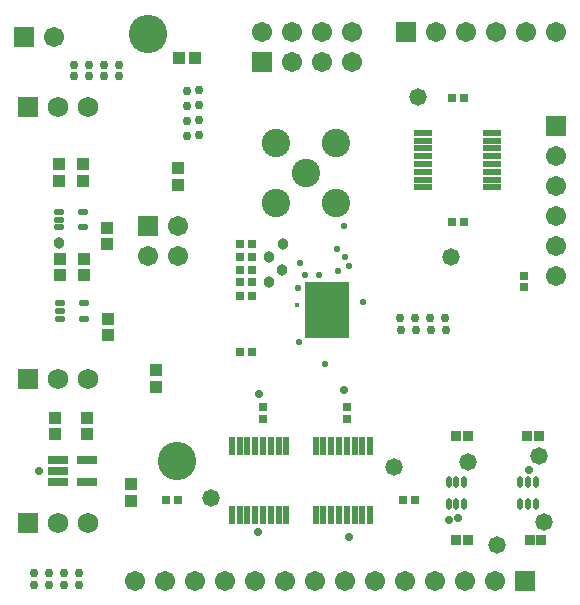
<source format=gts>
G04*
G04 #@! TF.GenerationSoftware,Altium Limited,Altium Designer,18.0.11 (651)*
G04*
G04 Layer_Color=8388736*
%FSLAX25Y25*%
%MOIN*%
G70*
G01*
G75*
%ADD29R,0.15000X0.19000*%
%ADD30R,0.06600X0.03000*%
%ADD31R,0.03635X0.03635*%
%ADD32R,0.02769X0.03162*%
G04:AMPARAMS|DCode=33|XSize=20.55mil|YSize=30.39mil|CornerRadius=4.37mil|HoleSize=0mil|Usage=FLASHONLY|Rotation=90.000|XOffset=0mil|YOffset=0mil|HoleType=Round|Shape=RoundedRectangle|*
%AMROUNDEDRECTD33*
21,1,0.02055,0.02165,0,0,90.0*
21,1,0.01181,0.03039,0,0,90.0*
1,1,0.00874,0.01083,0.00591*
1,1,0.00874,0.01083,-0.00591*
1,1,0.00874,-0.01083,-0.00591*
1,1,0.00874,-0.01083,0.00591*
%
%ADD33ROUNDEDRECTD33*%
%ADD34R,0.04343X0.03950*%
%ADD35R,0.01100X0.03200*%
%ADD36R,0.06300X0.02100*%
%ADD37R,0.02100X0.06300*%
%ADD38R,0.03162X0.02769*%
G04:AMPARAMS|DCode=39|XSize=20.55mil|YSize=38.27mil|CornerRadius=6.34mil|HoleSize=0mil|Usage=FLASHONLY|Rotation=180.000|XOffset=0mil|YOffset=0mil|HoleType=Round|Shape=RoundedRectangle|*
%AMROUNDEDRECTD39*
21,1,0.02055,0.02559,0,0,180.0*
21,1,0.00787,0.03827,0,0,180.0*
1,1,0.01267,-0.00394,0.01280*
1,1,0.01267,0.00394,0.01280*
1,1,0.01267,0.00394,-0.01280*
1,1,0.01267,-0.00394,-0.01280*
%
%ADD39ROUNDEDRECTD39*%
%ADD40R,0.03950X0.04343*%
%ADD41R,0.06706X0.06706*%
%ADD42C,0.06706*%
%ADD43C,0.09461*%
%ADD44R,0.06706X0.06706*%
%ADD45C,0.06902*%
%ADD46R,0.06902X0.06902*%
%ADD47C,0.02300*%
%ADD48C,0.02800*%
%ADD49C,0.03000*%
%ADD50C,0.03800*%
%ADD51C,0.05800*%
%ADD52C,0.01700*%
%ADD53C,0.12800*%
D29*
X113173Y-101969D02*
D03*
D30*
X23647Y-151812D02*
D03*
Y-155512D02*
D03*
Y-159212D02*
D03*
X33046D02*
D03*
Y-151812D02*
D03*
D31*
X180709Y-178740D02*
D03*
X184646D02*
D03*
X156299D02*
D03*
X160236D02*
D03*
X183858Y-144095D02*
D03*
X179921D02*
D03*
X160236D02*
D03*
X156299D02*
D03*
D32*
X119780Y-134311D02*
D03*
Y-138249D02*
D03*
X91840Y-134301D02*
D03*
Y-138239D02*
D03*
X178870Y-94449D02*
D03*
Y-90512D02*
D03*
D33*
X31910Y-69265D02*
D03*
Y-74383D02*
D03*
X23840D02*
D03*
Y-71824D02*
D03*
Y-69265D02*
D03*
X32103Y-99737D02*
D03*
Y-104855D02*
D03*
X24033D02*
D03*
Y-102296D02*
D03*
Y-99737D02*
D03*
D34*
X32206Y-90328D02*
D03*
Y-84816D02*
D03*
X24332Y-90328D02*
D03*
Y-84816D02*
D03*
X22441Y-143307D02*
D03*
Y-137795D02*
D03*
X33071Y-143307D02*
D03*
Y-137795D02*
D03*
X56299Y-127559D02*
D03*
Y-122047D02*
D03*
X40080Y-110406D02*
D03*
Y-104894D02*
D03*
X48000Y-165500D02*
D03*
Y-159988D02*
D03*
X63610Y-54704D02*
D03*
Y-60216D02*
D03*
X31812Y-53320D02*
D03*
Y-58831D02*
D03*
X39686Y-80091D02*
D03*
Y-74579D02*
D03*
X23938Y-58831D02*
D03*
Y-53320D02*
D03*
D35*
X108073Y-109468D02*
D03*
X108673D02*
D03*
X109273D02*
D03*
X109873D02*
D03*
X110473D02*
D03*
X111073D02*
D03*
X111673D02*
D03*
X112273D02*
D03*
X112873D02*
D03*
X113473D02*
D03*
X114073D02*
D03*
X114673D02*
D03*
X115273D02*
D03*
X115873D02*
D03*
X116473D02*
D03*
X117073D02*
D03*
X117673D02*
D03*
X118273D02*
D03*
Y-94468D02*
D03*
X117673D02*
D03*
X117073D02*
D03*
X116473D02*
D03*
X115873D02*
D03*
X115273D02*
D03*
X114673D02*
D03*
X114073D02*
D03*
X113473D02*
D03*
X112873D02*
D03*
X112273D02*
D03*
X111673D02*
D03*
X111073D02*
D03*
X110473D02*
D03*
X109873D02*
D03*
X109273D02*
D03*
X108673D02*
D03*
X108073D02*
D03*
D36*
X145193Y-42869D02*
D03*
Y-45469D02*
D03*
Y-48068D02*
D03*
Y-50669D02*
D03*
Y-53268D02*
D03*
Y-55869D02*
D03*
Y-58469D02*
D03*
Y-61068D02*
D03*
X168193D02*
D03*
Y-58469D02*
D03*
Y-55869D02*
D03*
Y-53268D02*
D03*
Y-50669D02*
D03*
Y-48068D02*
D03*
Y-45469D02*
D03*
Y-42869D02*
D03*
D37*
X99639Y-147161D02*
D03*
X97039D02*
D03*
X94439D02*
D03*
X91839D02*
D03*
X89239D02*
D03*
X86639D02*
D03*
X84039D02*
D03*
X81439D02*
D03*
Y-170161D02*
D03*
X84039D02*
D03*
X86639D02*
D03*
X89239D02*
D03*
X91839D02*
D03*
X94439D02*
D03*
X97039D02*
D03*
X99639D02*
D03*
X127592D02*
D03*
X124992D02*
D03*
X122392D02*
D03*
X119792D02*
D03*
X117192D02*
D03*
X114592D02*
D03*
X111992D02*
D03*
X109392D02*
D03*
Y-147161D02*
D03*
X111992D02*
D03*
X114592D02*
D03*
X117192D02*
D03*
X119792D02*
D03*
X122392D02*
D03*
X124992D02*
D03*
X127592D02*
D03*
D38*
X84211Y-115900D02*
D03*
X88148D02*
D03*
X84251Y-80110D02*
D03*
X88188D02*
D03*
X84211Y-84370D02*
D03*
X88148D02*
D03*
X84272Y-88580D02*
D03*
X88209D02*
D03*
X84232Y-97310D02*
D03*
X88169D02*
D03*
X84211Y-92700D02*
D03*
X88148D02*
D03*
X154882Y-72490D02*
D03*
X158818D02*
D03*
X154882Y-31310D02*
D03*
X158818D02*
D03*
X138662Y-165270D02*
D03*
X142598D02*
D03*
X63408D02*
D03*
X59471D02*
D03*
D39*
X158858Y-159252D02*
D03*
X156299D02*
D03*
X153740D02*
D03*
X158858Y-166535D02*
D03*
X156299D02*
D03*
X153740D02*
D03*
X182677Y-159252D02*
D03*
X180118D02*
D03*
X177559D02*
D03*
X182677Y-166535D02*
D03*
X180118D02*
D03*
X177559D02*
D03*
D40*
X63779Y-18110D02*
D03*
X69291D02*
D03*
D41*
X179055Y-192126D02*
D03*
X139528Y-9449D02*
D03*
X91575Y-19449D02*
D03*
X12126Y-11024D02*
D03*
D42*
X169055Y-192126D02*
D03*
X159055D02*
D03*
X149055D02*
D03*
X139055D02*
D03*
X129055D02*
D03*
X119055D02*
D03*
X109055D02*
D03*
X99055D02*
D03*
X89055D02*
D03*
X79055D02*
D03*
X69055D02*
D03*
X59055D02*
D03*
X49055D02*
D03*
X189528Y-9449D02*
D03*
X179528D02*
D03*
X169528D02*
D03*
X159528D02*
D03*
X149528D02*
D03*
X91575D02*
D03*
X101575Y-19449D02*
D03*
Y-9449D02*
D03*
X111575Y-19449D02*
D03*
Y-9449D02*
D03*
X121575Y-19449D02*
D03*
Y-9449D02*
D03*
X63490Y-84020D02*
D03*
X53490D02*
D03*
X63490Y-74020D02*
D03*
X189370Y-50472D02*
D03*
Y-60472D02*
D03*
Y-70472D02*
D03*
Y-80472D02*
D03*
Y-90472D02*
D03*
X22126Y-11024D02*
D03*
D43*
X96070Y-46340D02*
D03*
X116070D02*
D03*
Y-66340D02*
D03*
X96070D02*
D03*
X106070Y-56340D02*
D03*
D44*
X53490Y-74020D02*
D03*
X189370Y-40472D02*
D03*
D45*
X33465Y-124803D02*
D03*
X23465D02*
D03*
X33465Y-173000D02*
D03*
X23465D02*
D03*
X33465Y-34290D02*
D03*
X23465D02*
D03*
D46*
X13465Y-124803D02*
D03*
Y-173000D02*
D03*
Y-34290D02*
D03*
D47*
X110600Y-90150D02*
D03*
X105990Y-90380D02*
D03*
X104160Y-86150D02*
D03*
X116710Y-88900D02*
D03*
X119080Y-84270D02*
D03*
X120610Y-87230D02*
D03*
X103480Y-94720D02*
D03*
X103920Y-112690D02*
D03*
X125250Y-99410D02*
D03*
X112630Y-119980D02*
D03*
X118760Y-73820D02*
D03*
X116620Y-81630D02*
D03*
D48*
X180600Y-155150D02*
D03*
X118850Y-128590D02*
D03*
X17200Y-155660D02*
D03*
X90520Y-130040D02*
D03*
X90200Y-176110D02*
D03*
X120460Y-177630D02*
D03*
X156840Y-171150D02*
D03*
X153740Y-172090D02*
D03*
D49*
X30420Y-189620D02*
D03*
X25420D02*
D03*
X20420D02*
D03*
X15420D02*
D03*
X15510Y-193570D02*
D03*
X20510D02*
D03*
X25510D02*
D03*
X30510D02*
D03*
X66640Y-28800D02*
D03*
Y-33800D02*
D03*
Y-38800D02*
D03*
Y-43800D02*
D03*
X70590Y-43710D02*
D03*
Y-38710D02*
D03*
Y-33710D02*
D03*
Y-28710D02*
D03*
X43840Y-20160D02*
D03*
X38840D02*
D03*
X33840D02*
D03*
X28840D02*
D03*
X28930Y-24110D02*
D03*
X33930D02*
D03*
X38930D02*
D03*
X43930D02*
D03*
X152700Y-108610D02*
D03*
X147700D02*
D03*
X142700D02*
D03*
X137700D02*
D03*
X137610Y-104660D02*
D03*
X142610D02*
D03*
X147610D02*
D03*
X152610D02*
D03*
D50*
X93700Y-92630D02*
D03*
X93840Y-84370D02*
D03*
X98360Y-80110D02*
D03*
X98330Y-88600D02*
D03*
X23740Y-79490D02*
D03*
D51*
X183670Y-150780D02*
D03*
X169670Y-180310D02*
D03*
X143340Y-31060D02*
D03*
X154610Y-84280D02*
D03*
X185530Y-172450D02*
D03*
X74550Y-164570D02*
D03*
X135600Y-154290D02*
D03*
X160280Y-152620D02*
D03*
D52*
X103300Y-100290D02*
D03*
D53*
X53450Y-9830D02*
D03*
X63110Y-152160D02*
D03*
M02*

</source>
